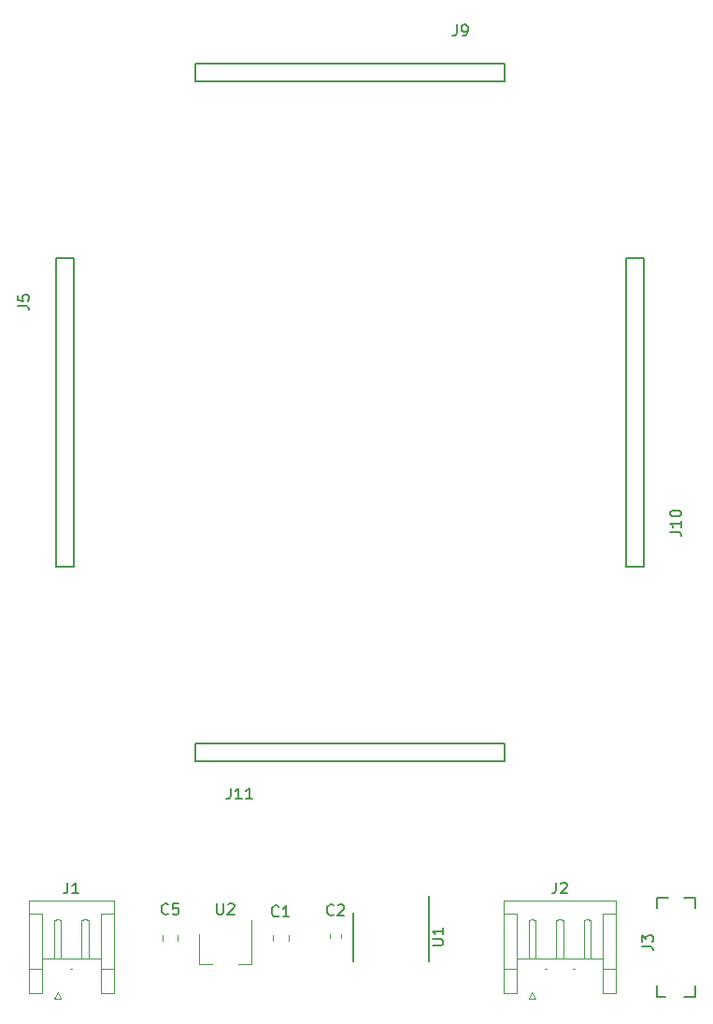
<source format=gto>
G04 #@! TF.GenerationSoftware,KiCad,Pcbnew,(5.0.0)*
G04 #@! TF.CreationDate,2018-11-23T13:42:35+09:00*
G04 #@! TF.ProjectId,LED_hachune_1,4C45445F68616368756E655F312E6B69,rev?*
G04 #@! TF.SameCoordinates,Original*
G04 #@! TF.FileFunction,Legend,Top*
G04 #@! TF.FilePolarity,Positive*
%FSLAX46Y46*%
G04 Gerber Fmt 4.6, Leading zero omitted, Abs format (unit mm)*
G04 Created by KiCad (PCBNEW (5.0.0)) date 11/23/18 13:42:35*
%MOMM*%
%LPD*%
G01*
G04 APERTURE LIST*
%ADD10C,0.120000*%
%ADD11C,0.150000*%
G04 APERTURE END LIST*
D10*
G04 #@! TO.C,C5*
X63990000Y-132338748D02*
X63990000Y-132861252D01*
X65410000Y-132338748D02*
X65410000Y-132861252D01*
G04 #@! TO.C,C1*
X75410000Y-132338748D02*
X75410000Y-132861252D01*
X73990000Y-132338748D02*
X73990000Y-132861252D01*
D11*
G04 #@! TO.C,U1*
X81250000Y-130275000D02*
X81250000Y-134725000D01*
X88150000Y-128750000D02*
X88150000Y-134725000D01*
D10*
G04 #@! TO.C,U2*
X68500000Y-134980000D02*
X67300000Y-134980000D01*
X67300000Y-134980000D02*
X67300000Y-132280000D01*
X72100000Y-130980000D02*
X72100000Y-134980000D01*
X72100000Y-134980000D02*
X70900000Y-134980000D01*
D11*
G04 #@! TO.C,J10*
X107600000Y-71000000D02*
X106000000Y-71000000D01*
X106000000Y-71000000D02*
X106000000Y-99000000D01*
X106000000Y-99000000D02*
X107600000Y-99000000D01*
X107600000Y-71000000D02*
X107600000Y-99000000D01*
G04 #@! TO.C,J11*
X95000000Y-116600000D02*
X95000000Y-115000000D01*
X95000000Y-115000000D02*
X67000000Y-115000000D01*
X67000000Y-115000000D02*
X67000000Y-116600000D01*
X95000000Y-116600000D02*
X67000000Y-116600000D01*
G04 #@! TO.C,J5*
X54400000Y-99000000D02*
X56000000Y-99000000D01*
X56000000Y-99000000D02*
X56000000Y-71000000D01*
X56000000Y-71000000D02*
X54400000Y-71000000D01*
X54400000Y-99000000D02*
X54400000Y-71000000D01*
G04 #@! TO.C,J9*
X67000000Y-53400000D02*
X95000000Y-53400000D01*
X95000000Y-55000000D02*
X95000000Y-53400000D01*
X67000000Y-55000000D02*
X95000000Y-55000000D01*
X67000000Y-53400000D02*
X67000000Y-55000000D01*
D10*
G04 #@! TO.C,C2*
X80210000Y-132228733D02*
X80210000Y-132571267D01*
X79190000Y-132228733D02*
X79190000Y-132571267D01*
G04 #@! TO.C,J1*
X53110000Y-135410000D02*
X53110000Y-137610000D01*
X53110000Y-137610000D02*
X51890000Y-137610000D01*
X51890000Y-137610000D02*
X51890000Y-129190000D01*
X51890000Y-129190000D02*
X59610000Y-129190000D01*
X59610000Y-129190000D02*
X59610000Y-137610000D01*
X59610000Y-137610000D02*
X58390000Y-137610000D01*
X58390000Y-137610000D02*
X58390000Y-135410000D01*
X51890000Y-130410000D02*
X53110000Y-130410000D01*
X53110000Y-130410000D02*
X53110000Y-135410000D01*
X53110000Y-135410000D02*
X51890000Y-135410000D01*
X59610000Y-130410000D02*
X58390000Y-130410000D01*
X58390000Y-130410000D02*
X58390000Y-135410000D01*
X58390000Y-135410000D02*
X59610000Y-135410000D01*
X53110000Y-134410000D02*
X58390000Y-134410000D01*
X54500000Y-134410000D02*
X54180000Y-134410000D01*
X54180000Y-134410000D02*
X54180000Y-130990000D01*
X54180000Y-130990000D02*
X54500000Y-130910000D01*
X54500000Y-130910000D02*
X54820000Y-130990000D01*
X54820000Y-130990000D02*
X54820000Y-134410000D01*
X54820000Y-134410000D02*
X54500000Y-134410000D01*
X55670000Y-135410000D02*
X55830000Y-135410000D01*
X57000000Y-134410000D02*
X56680000Y-134410000D01*
X56680000Y-134410000D02*
X56680000Y-130990000D01*
X56680000Y-130990000D02*
X57000000Y-130910000D01*
X57000000Y-130910000D02*
X57320000Y-130990000D01*
X57320000Y-130990000D02*
X57320000Y-134410000D01*
X57320000Y-134410000D02*
X57000000Y-134410000D01*
X54500000Y-137500000D02*
X54200000Y-138100000D01*
X54200000Y-138100000D02*
X54800000Y-138100000D01*
X54800000Y-138100000D02*
X54500000Y-137500000D01*
G04 #@! TO.C,J2*
X96110000Y-135410000D02*
X96110000Y-137610000D01*
X96110000Y-137610000D02*
X94890000Y-137610000D01*
X94890000Y-137610000D02*
X94890000Y-129190000D01*
X94890000Y-129190000D02*
X105110000Y-129190000D01*
X105110000Y-129190000D02*
X105110000Y-137610000D01*
X105110000Y-137610000D02*
X103890000Y-137610000D01*
X103890000Y-137610000D02*
X103890000Y-135410000D01*
X94890000Y-130410000D02*
X96110000Y-130410000D01*
X96110000Y-130410000D02*
X96110000Y-135410000D01*
X96110000Y-135410000D02*
X94890000Y-135410000D01*
X105110000Y-130410000D02*
X103890000Y-130410000D01*
X103890000Y-130410000D02*
X103890000Y-135410000D01*
X103890000Y-135410000D02*
X105110000Y-135410000D01*
X96110000Y-134410000D02*
X103890000Y-134410000D01*
X97500000Y-134410000D02*
X97180000Y-134410000D01*
X97180000Y-134410000D02*
X97180000Y-130990000D01*
X97180000Y-130990000D02*
X97500000Y-130910000D01*
X97500000Y-130910000D02*
X97820000Y-130990000D01*
X97820000Y-130990000D02*
X97820000Y-134410000D01*
X97820000Y-134410000D02*
X97500000Y-134410000D01*
X98670000Y-135410000D02*
X98830000Y-135410000D01*
X100000000Y-134410000D02*
X99680000Y-134410000D01*
X99680000Y-134410000D02*
X99680000Y-130990000D01*
X99680000Y-130990000D02*
X100000000Y-130910000D01*
X100000000Y-130910000D02*
X100320000Y-130990000D01*
X100320000Y-130990000D02*
X100320000Y-134410000D01*
X100320000Y-134410000D02*
X100000000Y-134410000D01*
X101170000Y-135410000D02*
X101330000Y-135410000D01*
X102500000Y-134410000D02*
X102180000Y-134410000D01*
X102180000Y-134410000D02*
X102180000Y-130990000D01*
X102180000Y-130990000D02*
X102500000Y-130910000D01*
X102500000Y-130910000D02*
X102820000Y-130990000D01*
X102820000Y-130990000D02*
X102820000Y-134410000D01*
X102820000Y-134410000D02*
X102500000Y-134410000D01*
X97500000Y-137500000D02*
X97200000Y-138100000D01*
X97200000Y-138100000D02*
X97800000Y-138100000D01*
X97800000Y-138100000D02*
X97500000Y-137500000D01*
D11*
G04 #@! TO.C,J3*
X108800000Y-137900000D02*
X109600000Y-137900000D01*
X108800000Y-137900000D02*
X108800000Y-136900000D01*
X108800000Y-128900000D02*
X108800000Y-129900000D01*
X108800000Y-128900000D02*
X109800000Y-128900000D01*
X112300000Y-137900000D02*
X111300000Y-137900000D01*
X112300000Y-128900000D02*
X111300000Y-128900000D01*
X112300000Y-137900000D02*
X112300000Y-136900000D01*
X112300000Y-128900000D02*
X112300000Y-129900000D01*
G04 #@! TO.C,C5*
X64533333Y-130357142D02*
X64485714Y-130404761D01*
X64342857Y-130452380D01*
X64247619Y-130452380D01*
X64104761Y-130404761D01*
X64009523Y-130309523D01*
X63961904Y-130214285D01*
X63914285Y-130023809D01*
X63914285Y-129880952D01*
X63961904Y-129690476D01*
X64009523Y-129595238D01*
X64104761Y-129500000D01*
X64247619Y-129452380D01*
X64342857Y-129452380D01*
X64485714Y-129500000D01*
X64533333Y-129547619D01*
X65438095Y-129452380D02*
X64961904Y-129452380D01*
X64914285Y-129928571D01*
X64961904Y-129880952D01*
X65057142Y-129833333D01*
X65295238Y-129833333D01*
X65390476Y-129880952D01*
X65438095Y-129928571D01*
X65485714Y-130023809D01*
X65485714Y-130261904D01*
X65438095Y-130357142D01*
X65390476Y-130404761D01*
X65295238Y-130452380D01*
X65057142Y-130452380D01*
X64961904Y-130404761D01*
X64914285Y-130357142D01*
G04 #@! TO.C,C1*
X74533333Y-130557142D02*
X74485714Y-130604761D01*
X74342857Y-130652380D01*
X74247619Y-130652380D01*
X74104761Y-130604761D01*
X74009523Y-130509523D01*
X73961904Y-130414285D01*
X73914285Y-130223809D01*
X73914285Y-130080952D01*
X73961904Y-129890476D01*
X74009523Y-129795238D01*
X74104761Y-129700000D01*
X74247619Y-129652380D01*
X74342857Y-129652380D01*
X74485714Y-129700000D01*
X74533333Y-129747619D01*
X75485714Y-130652380D02*
X74914285Y-130652380D01*
X75200000Y-130652380D02*
X75200000Y-129652380D01*
X75104761Y-129795238D01*
X75009523Y-129890476D01*
X74914285Y-129938095D01*
G04 #@! TO.C,U1*
X88452380Y-133261904D02*
X89261904Y-133261904D01*
X89357142Y-133214285D01*
X89404761Y-133166666D01*
X89452380Y-133071428D01*
X89452380Y-132880952D01*
X89404761Y-132785714D01*
X89357142Y-132738095D01*
X89261904Y-132690476D01*
X88452380Y-132690476D01*
X89452380Y-131690476D02*
X89452380Y-132261904D01*
X89452380Y-131976190D02*
X88452380Y-131976190D01*
X88595238Y-132071428D01*
X88690476Y-132166666D01*
X88738095Y-132261904D01*
G04 #@! TO.C,U2*
X68938095Y-129452380D02*
X68938095Y-130261904D01*
X68985714Y-130357142D01*
X69033333Y-130404761D01*
X69128571Y-130452380D01*
X69319047Y-130452380D01*
X69414285Y-130404761D01*
X69461904Y-130357142D01*
X69509523Y-130261904D01*
X69509523Y-129452380D01*
X69938095Y-129547619D02*
X69985714Y-129500000D01*
X70080952Y-129452380D01*
X70319047Y-129452380D01*
X70414285Y-129500000D01*
X70461904Y-129547619D01*
X70509523Y-129642857D01*
X70509523Y-129738095D01*
X70461904Y-129880952D01*
X69890476Y-130452380D01*
X70509523Y-130452380D01*
G04 #@! TO.C,J10*
X110002380Y-95809523D02*
X110716666Y-95809523D01*
X110859523Y-95857142D01*
X110954761Y-95952380D01*
X111002380Y-96095238D01*
X111002380Y-96190476D01*
X111002380Y-94809523D02*
X111002380Y-95380952D01*
X111002380Y-95095238D02*
X110002380Y-95095238D01*
X110145238Y-95190476D01*
X110240476Y-95285714D01*
X110288095Y-95380952D01*
X110002380Y-94190476D02*
X110002380Y-94095238D01*
X110050000Y-94000000D01*
X110097619Y-93952380D01*
X110192857Y-93904761D01*
X110383333Y-93857142D01*
X110621428Y-93857142D01*
X110811904Y-93904761D01*
X110907142Y-93952380D01*
X110954761Y-94000000D01*
X111002380Y-94095238D01*
X111002380Y-94190476D01*
X110954761Y-94285714D01*
X110907142Y-94333333D01*
X110811904Y-94380952D01*
X110621428Y-94428571D01*
X110383333Y-94428571D01*
X110192857Y-94380952D01*
X110097619Y-94333333D01*
X110050000Y-94285714D01*
X110002380Y-94190476D01*
G04 #@! TO.C,J11*
X70190476Y-119002380D02*
X70190476Y-119716666D01*
X70142857Y-119859523D01*
X70047619Y-119954761D01*
X69904761Y-120002380D01*
X69809523Y-120002380D01*
X71190476Y-120002380D02*
X70619047Y-120002380D01*
X70904761Y-120002380D02*
X70904761Y-119002380D01*
X70809523Y-119145238D01*
X70714285Y-119240476D01*
X70619047Y-119288095D01*
X72142857Y-120002380D02*
X71571428Y-120002380D01*
X71857142Y-120002380D02*
X71857142Y-119002380D01*
X71761904Y-119145238D01*
X71666666Y-119240476D01*
X71571428Y-119288095D01*
G04 #@! TO.C,J5*
X50902380Y-75333333D02*
X51616666Y-75333333D01*
X51759523Y-75380952D01*
X51854761Y-75476190D01*
X51902380Y-75619047D01*
X51902380Y-75714285D01*
X50902380Y-74380952D02*
X50902380Y-74857142D01*
X51378571Y-74904761D01*
X51330952Y-74857142D01*
X51283333Y-74761904D01*
X51283333Y-74523809D01*
X51330952Y-74428571D01*
X51378571Y-74380952D01*
X51473809Y-74333333D01*
X51711904Y-74333333D01*
X51807142Y-74380952D01*
X51854761Y-74428571D01*
X51902380Y-74523809D01*
X51902380Y-74761904D01*
X51854761Y-74857142D01*
X51807142Y-74904761D01*
G04 #@! TO.C,J9*
X90666666Y-49902380D02*
X90666666Y-50616666D01*
X90619047Y-50759523D01*
X90523809Y-50854761D01*
X90380952Y-50902380D01*
X90285714Y-50902380D01*
X91190476Y-50902380D02*
X91380952Y-50902380D01*
X91476190Y-50854761D01*
X91523809Y-50807142D01*
X91619047Y-50664285D01*
X91666666Y-50473809D01*
X91666666Y-50092857D01*
X91619047Y-49997619D01*
X91571428Y-49950000D01*
X91476190Y-49902380D01*
X91285714Y-49902380D01*
X91190476Y-49950000D01*
X91142857Y-49997619D01*
X91095238Y-50092857D01*
X91095238Y-50330952D01*
X91142857Y-50426190D01*
X91190476Y-50473809D01*
X91285714Y-50521428D01*
X91476190Y-50521428D01*
X91571428Y-50473809D01*
X91619047Y-50426190D01*
X91666666Y-50330952D01*
G04 #@! TO.C,C2*
X79533333Y-130432142D02*
X79485714Y-130479761D01*
X79342857Y-130527380D01*
X79247619Y-130527380D01*
X79104761Y-130479761D01*
X79009523Y-130384523D01*
X78961904Y-130289285D01*
X78914285Y-130098809D01*
X78914285Y-129955952D01*
X78961904Y-129765476D01*
X79009523Y-129670238D01*
X79104761Y-129575000D01*
X79247619Y-129527380D01*
X79342857Y-129527380D01*
X79485714Y-129575000D01*
X79533333Y-129622619D01*
X79914285Y-129622619D02*
X79961904Y-129575000D01*
X80057142Y-129527380D01*
X80295238Y-129527380D01*
X80390476Y-129575000D01*
X80438095Y-129622619D01*
X80485714Y-129717857D01*
X80485714Y-129813095D01*
X80438095Y-129955952D01*
X79866666Y-130527380D01*
X80485714Y-130527380D01*
G04 #@! TO.C,J1*
X55416666Y-127552380D02*
X55416666Y-128266666D01*
X55369047Y-128409523D01*
X55273809Y-128504761D01*
X55130952Y-128552380D01*
X55035714Y-128552380D01*
X56416666Y-128552380D02*
X55845238Y-128552380D01*
X56130952Y-128552380D02*
X56130952Y-127552380D01*
X56035714Y-127695238D01*
X55940476Y-127790476D01*
X55845238Y-127838095D01*
G04 #@! TO.C,J2*
X99666666Y-127552380D02*
X99666666Y-128266666D01*
X99619047Y-128409523D01*
X99523809Y-128504761D01*
X99380952Y-128552380D01*
X99285714Y-128552380D01*
X100095238Y-127647619D02*
X100142857Y-127600000D01*
X100238095Y-127552380D01*
X100476190Y-127552380D01*
X100571428Y-127600000D01*
X100619047Y-127647619D01*
X100666666Y-127742857D01*
X100666666Y-127838095D01*
X100619047Y-127980952D01*
X100047619Y-128552380D01*
X100666666Y-128552380D01*
G04 #@! TO.C,J3*
X107452380Y-133333333D02*
X108166666Y-133333333D01*
X108309523Y-133380952D01*
X108404761Y-133476190D01*
X108452380Y-133619047D01*
X108452380Y-133714285D01*
X107452380Y-132952380D02*
X107452380Y-132333333D01*
X107833333Y-132666666D01*
X107833333Y-132523809D01*
X107880952Y-132428571D01*
X107928571Y-132380952D01*
X108023809Y-132333333D01*
X108261904Y-132333333D01*
X108357142Y-132380952D01*
X108404761Y-132428571D01*
X108452380Y-132523809D01*
X108452380Y-132809523D01*
X108404761Y-132904761D01*
X108357142Y-132952380D01*
G04 #@! TD*
M02*

</source>
